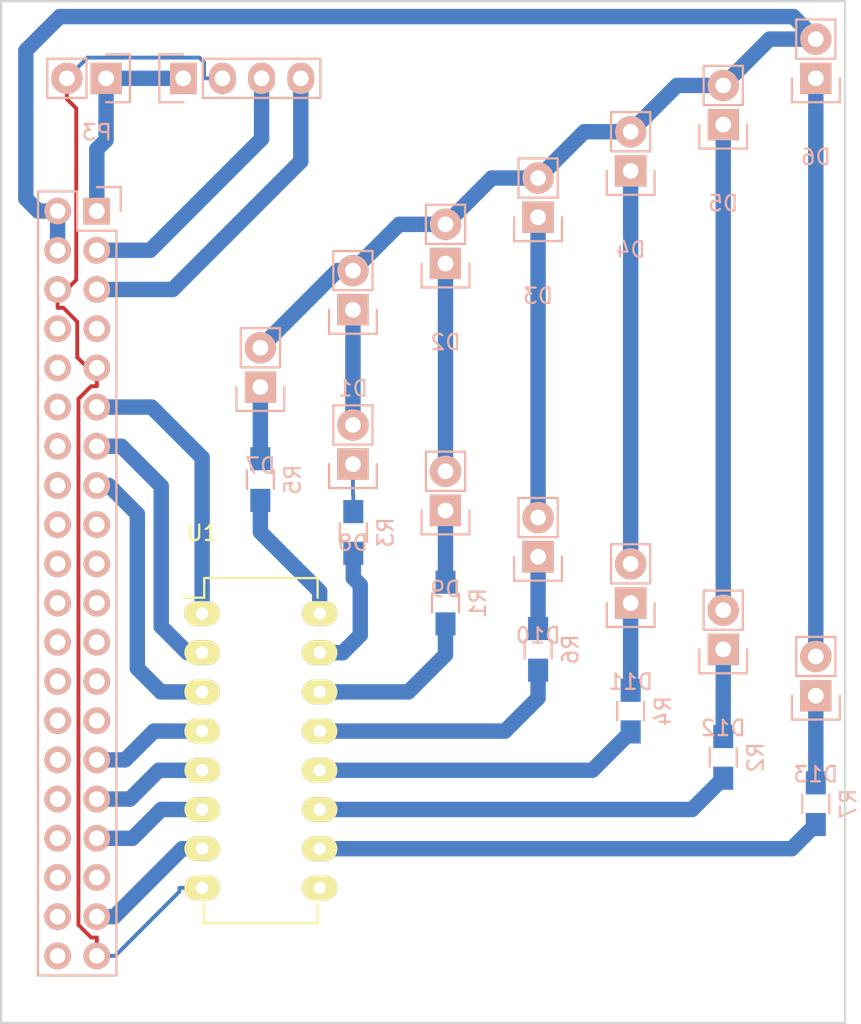
<source format=kicad_pcb>
(kicad_pcb (version 20171130) (host pcbnew "(5.1.12)-1")

  (general
    (thickness 1.6)
    (drawings 8)
    (tracks 118)
    (zones 0)
    (modules 24)
    (nets 59)
  )

  (page A4)
  (layers
    (0 F.Cu signal)
    (31 B.Cu signal)
    (32 B.Adhes user)
    (33 F.Adhes user hide)
    (34 B.Paste user)
    (35 F.Paste user)
    (36 B.SilkS user)
    (37 F.SilkS user)
    (38 B.Mask user)
    (39 F.Mask user)
    (40 Dwgs.User user)
    (41 Cmts.User user)
    (42 Eco1.User user)
    (43 Eco2.User user)
    (44 Edge.Cuts user)
    (45 Margin user)
    (46 B.CrtYd user)
    (47 F.CrtYd user)
    (48 B.Fab user)
    (49 F.Fab user)
  )

  (setup
    (last_trace_width 0.25)
    (user_trace_width 1)
    (trace_clearance 0.2)
    (zone_clearance 1)
    (zone_45_only no)
    (trace_min 0.2)
    (via_size 0.6)
    (via_drill 0.4)
    (via_min_size 0.4)
    (via_min_drill 0.3)
    (uvia_size 0.3)
    (uvia_drill 0.1)
    (uvias_allowed no)
    (uvia_min_size 0.2)
    (uvia_min_drill 0.1)
    (edge_width 0.15)
    (segment_width 0.2)
    (pcb_text_width 0.3)
    (pcb_text_size 1.5 1.5)
    (mod_edge_width 0.15)
    (mod_text_size 1 1)
    (mod_text_width 0.15)
    (pad_size 1.7272 1.7272)
    (pad_drill 1.016)
    (pad_to_mask_clearance 0.2)
    (aux_axis_origin 0 0)
    (visible_elements 7FFFFFFF)
    (pcbplotparams
      (layerselection 0x01000_80000000)
      (usegerberextensions false)
      (usegerberattributes true)
      (usegerberadvancedattributes true)
      (creategerberjobfile true)
      (excludeedgelayer true)
      (linewidth 0.100000)
      (plotframeref false)
      (viasonmask false)
      (mode 1)
      (useauxorigin false)
      (hpglpennumber 1)
      (hpglpenspeed 20)
      (hpglpendiameter 15.000000)
      (psnegative false)
      (psa4output false)
      (plotreference true)
      (plotvalue true)
      (plotinvisibletext false)
      (padsonsilk false)
      (subtractmaskfromsilk false)
      (outputformat 1)
      (mirror false)
      (drillshape 0)
      (scaleselection 1)
      (outputdirectory "Gerbers/"))
  )

  (net 0 "")
  (net 1 "Net-(D1-Pad1)")
  (net 2 +5V)
  (net 3 "Net-(D2-Pad1)")
  (net 4 "Net-(D10-Pad2)")
  (net 5 "Net-(D11-Pad2)")
  (net 6 "Net-(D12-Pad2)")
  (net 7 "Net-(D13-Pad2)")
  (net 8 "Net-(D7-Pad1)")
  (net 9 "Net-(D8-Pad1)")
  (net 10 "Net-(D9-Pad1)")
  (net 11 "Net-(D10-Pad1)")
  (net 12 "Net-(D11-Pad1)")
  (net 13 "Net-(D12-Pad1)")
  (net 14 "Net-(D13-Pad1)")
  (net 15 +3V3)
  (net 16 GND)
  (net 17 "Net-(P1-Pad3)")
  (net 18 "Net-(P1-Pad4)")
  (net 19 "Net-(P3-Pad7)")
  (net 20 "Net-(P3-Pad8)")
  (net 21 "Net-(P3-Pad10)")
  (net 22 "Net-(P3-Pad11)")
  (net 23 "Net-(P3-Pad12)")
  (net 24 "Net-(P3-Pad13)")
  (net 25 "Net-(P3-Pad14)")
  (net 26 "Net-(P3-Pad15)")
  (net 27 "Net-(P3-Pad16)")
  (net 28 "Net-(P3-Pad17)")
  (net 29 "Net-(P3-Pad18)")
  (net 30 "Net-(P3-Pad19)")
  (net 31 "Net-(P3-Pad20)")
  (net 32 "Net-(P3-Pad21)")
  (net 33 "Net-(P3-Pad22)")
  (net 34 "Net-(P3-Pad23)")
  (net 35 "Net-(P3-Pad24)")
  (net 36 "Net-(P3-Pad25)")
  (net 37 "Net-(P3-Pad26)")
  (net 38 "Net-(P3-Pad27)")
  (net 39 "Net-(P3-Pad28)")
  (net 40 "Net-(P3-Pad29)")
  (net 41 "Net-(P3-Pad30)")
  (net 42 "Net-(P3-Pad31)")
  (net 43 "Net-(P3-Pad32)")
  (net 44 "Net-(P3-Pad33)")
  (net 45 "Net-(P3-Pad34)")
  (net 46 "Net-(P3-Pad35)")
  (net 47 "Net-(P3-Pad36)")
  (net 48 "Net-(P3-Pad37)")
  (net 49 "Net-(P3-Pad38)")
  (net 50 "Net-(P3-Pad40)")
  (net 51 "Net-(R1-Pad1)")
  (net 52 "Net-(R2-Pad1)")
  (net 53 "Net-(R3-Pad1)")
  (net 54 "Net-(R4-Pad1)")
  (net 55 "Net-(R5-Pad1)")
  (net 56 "Net-(R6-Pad1)")
  (net 57 "Net-(R7-Pad1)")
  (net 58 "Net-(U1-Pad9)")

  (net_class Default "This is the default net class."
    (clearance 0.2)
    (trace_width 0.25)
    (via_dia 0.6)
    (via_drill 0.4)
    (uvia_dia 0.3)
    (uvia_drill 0.1)
    (add_net +3V3)
    (add_net +5V)
    (add_net GND)
    (add_net "Net-(D1-Pad1)")
    (add_net "Net-(D10-Pad1)")
    (add_net "Net-(D10-Pad2)")
    (add_net "Net-(D11-Pad1)")
    (add_net "Net-(D11-Pad2)")
    (add_net "Net-(D12-Pad1)")
    (add_net "Net-(D12-Pad2)")
    (add_net "Net-(D13-Pad1)")
    (add_net "Net-(D13-Pad2)")
    (add_net "Net-(D2-Pad1)")
    (add_net "Net-(D7-Pad1)")
    (add_net "Net-(D8-Pad1)")
    (add_net "Net-(D9-Pad1)")
    (add_net "Net-(P1-Pad3)")
    (add_net "Net-(P1-Pad4)")
    (add_net "Net-(P3-Pad10)")
    (add_net "Net-(P3-Pad11)")
    (add_net "Net-(P3-Pad12)")
    (add_net "Net-(P3-Pad13)")
    (add_net "Net-(P3-Pad14)")
    (add_net "Net-(P3-Pad15)")
    (add_net "Net-(P3-Pad16)")
    (add_net "Net-(P3-Pad17)")
    (add_net "Net-(P3-Pad18)")
    (add_net "Net-(P3-Pad19)")
    (add_net "Net-(P3-Pad20)")
    (add_net "Net-(P3-Pad21)")
    (add_net "Net-(P3-Pad22)")
    (add_net "Net-(P3-Pad23)")
    (add_net "Net-(P3-Pad24)")
    (add_net "Net-(P3-Pad25)")
    (add_net "Net-(P3-Pad26)")
    (add_net "Net-(P3-Pad27)")
    (add_net "Net-(P3-Pad28)")
    (add_net "Net-(P3-Pad29)")
    (add_net "Net-(P3-Pad30)")
    (add_net "Net-(P3-Pad31)")
    (add_net "Net-(P3-Pad32)")
    (add_net "Net-(P3-Pad33)")
    (add_net "Net-(P3-Pad34)")
    (add_net "Net-(P3-Pad35)")
    (add_net "Net-(P3-Pad36)")
    (add_net "Net-(P3-Pad37)")
    (add_net "Net-(P3-Pad38)")
    (add_net "Net-(P3-Pad40)")
    (add_net "Net-(P3-Pad7)")
    (add_net "Net-(P3-Pad8)")
    (add_net "Net-(R1-Pad1)")
    (add_net "Net-(R2-Pad1)")
    (add_net "Net-(R3-Pad1)")
    (add_net "Net-(R4-Pad1)")
    (add_net "Net-(R5-Pad1)")
    (add_net "Net-(R6-Pad1)")
    (add_net "Net-(R7-Pad1)")
    (add_net "Net-(U1-Pad9)")
  )

  (module Pin_Headers:Pin_Header_Straight_1x02 (layer B.Cu) (tedit 54EA090C) (tstamp 57E96C60)
    (at 122.775 92.625)
    (descr "Through hole pin header")
    (tags "pin header")
    (path /57E983DA)
    (fp_text reference D1 (at 0 5.1) (layer B.SilkS)
      (effects (font (size 1 1) (thickness 0.15)) (justify mirror))
    )
    (fp_text value LED (at 0 3.1) (layer B.Fab)
      (effects (font (size 1 1) (thickness 0.15)) (justify mirror))
    )
    (fp_line (start -1.27 -3.81) (end 1.27 -3.81) (layer B.SilkS) (width 0.15))
    (fp_line (start -1.27 -1.27) (end -1.27 -3.81) (layer B.SilkS) (width 0.15))
    (fp_line (start -1.55 1.55) (end 1.55 1.55) (layer B.SilkS) (width 0.15))
    (fp_line (start -1.55 0) (end -1.55 1.55) (layer B.SilkS) (width 0.15))
    (fp_line (start 1.27 -1.27) (end -1.27 -1.27) (layer B.SilkS) (width 0.15))
    (fp_line (start -1.75 -4.3) (end 1.75 -4.3) (layer B.CrtYd) (width 0.05))
    (fp_line (start -1.75 1.75) (end 1.75 1.75) (layer B.CrtYd) (width 0.05))
    (fp_line (start 1.75 1.75) (end 1.75 -4.3) (layer B.CrtYd) (width 0.05))
    (fp_line (start -1.75 1.75) (end -1.75 -4.3) (layer B.CrtYd) (width 0.05))
    (fp_line (start 1.55 1.55) (end 1.55 0) (layer B.SilkS) (width 0.15))
    (fp_line (start 1.27 -1.27) (end 1.27 -3.81) (layer B.SilkS) (width 0.15))
    (pad 1 thru_hole rect (at 0 0) (size 2.032 2.032) (drill 1.016) (layers *.Cu *.Mask B.SilkS)
      (net 1 "Net-(D1-Pad1)"))
    (pad 2 thru_hole oval (at 0 -2.54) (size 2.032 2.032) (drill 1.016) (layers *.Cu *.Mask B.SilkS)
      (net 2 +5V))
    (model Pin_Headers.3dshapes/Pin_Header_Straight_1x02.wrl
      (offset (xyz 0 -1.269999980926514 0))
      (scale (xyz 1 1 1))
      (rotate (xyz 0 0 90))
    )
  )

  (module Pin_Headers:Pin_Header_Straight_1x02 (layer B.Cu) (tedit 54EA090C) (tstamp 57E96C66)
    (at 128.775 89.625)
    (descr "Through hole pin header")
    (tags "pin header")
    (path /57E9860A)
    (fp_text reference D2 (at 0 5.1) (layer B.SilkS)
      (effects (font (size 1 1) (thickness 0.15)) (justify mirror))
    )
    (fp_text value LED (at 0 3.1) (layer B.Fab)
      (effects (font (size 1 1) (thickness 0.15)) (justify mirror))
    )
    (fp_line (start -1.27 -3.81) (end 1.27 -3.81) (layer B.SilkS) (width 0.15))
    (fp_line (start -1.27 -1.27) (end -1.27 -3.81) (layer B.SilkS) (width 0.15))
    (fp_line (start -1.55 1.55) (end 1.55 1.55) (layer B.SilkS) (width 0.15))
    (fp_line (start -1.55 0) (end -1.55 1.55) (layer B.SilkS) (width 0.15))
    (fp_line (start 1.27 -1.27) (end -1.27 -1.27) (layer B.SilkS) (width 0.15))
    (fp_line (start -1.75 -4.3) (end 1.75 -4.3) (layer B.CrtYd) (width 0.05))
    (fp_line (start -1.75 1.75) (end 1.75 1.75) (layer B.CrtYd) (width 0.05))
    (fp_line (start 1.75 1.75) (end 1.75 -4.3) (layer B.CrtYd) (width 0.05))
    (fp_line (start -1.75 1.75) (end -1.75 -4.3) (layer B.CrtYd) (width 0.05))
    (fp_line (start 1.55 1.55) (end 1.55 0) (layer B.SilkS) (width 0.15))
    (fp_line (start 1.27 -1.27) (end 1.27 -3.81) (layer B.SilkS) (width 0.15))
    (pad 1 thru_hole rect (at 0 0) (size 2.032 2.032) (drill 1.016) (layers *.Cu *.Mask B.SilkS)
      (net 3 "Net-(D2-Pad1)"))
    (pad 2 thru_hole oval (at 0 -2.54) (size 2.032 2.032) (drill 1.016) (layers *.Cu *.Mask B.SilkS)
      (net 2 +5V))
    (model Pin_Headers.3dshapes/Pin_Header_Straight_1x02.wrl
      (offset (xyz 0 -1.269999980926514 0))
      (scale (xyz 1 1 1))
      (rotate (xyz 0 0 90))
    )
  )

  (module Pin_Headers:Pin_Header_Straight_1x02 (layer B.Cu) (tedit 54EA090C) (tstamp 57E96C6C)
    (at 134.775 86.625)
    (descr "Through hole pin header")
    (tags "pin header")
    (path /57E9869C)
    (fp_text reference D3 (at 0 5.1) (layer B.SilkS)
      (effects (font (size 1 1) (thickness 0.15)) (justify mirror))
    )
    (fp_text value LED (at 0 3.1) (layer B.Fab)
      (effects (font (size 1 1) (thickness 0.15)) (justify mirror))
    )
    (fp_line (start -1.27 -3.81) (end 1.27 -3.81) (layer B.SilkS) (width 0.15))
    (fp_line (start -1.27 -1.27) (end -1.27 -3.81) (layer B.SilkS) (width 0.15))
    (fp_line (start -1.55 1.55) (end 1.55 1.55) (layer B.SilkS) (width 0.15))
    (fp_line (start -1.55 0) (end -1.55 1.55) (layer B.SilkS) (width 0.15))
    (fp_line (start 1.27 -1.27) (end -1.27 -1.27) (layer B.SilkS) (width 0.15))
    (fp_line (start -1.75 -4.3) (end 1.75 -4.3) (layer B.CrtYd) (width 0.05))
    (fp_line (start -1.75 1.75) (end 1.75 1.75) (layer B.CrtYd) (width 0.05))
    (fp_line (start 1.75 1.75) (end 1.75 -4.3) (layer B.CrtYd) (width 0.05))
    (fp_line (start -1.75 1.75) (end -1.75 -4.3) (layer B.CrtYd) (width 0.05))
    (fp_line (start 1.55 1.55) (end 1.55 0) (layer B.SilkS) (width 0.15))
    (fp_line (start 1.27 -1.27) (end 1.27 -3.81) (layer B.SilkS) (width 0.15))
    (pad 1 thru_hole rect (at 0 0) (size 2.032 2.032) (drill 1.016) (layers *.Cu *.Mask B.SilkS)
      (net 4 "Net-(D10-Pad2)"))
    (pad 2 thru_hole oval (at 0 -2.54) (size 2.032 2.032) (drill 1.016) (layers *.Cu *.Mask B.SilkS)
      (net 2 +5V))
    (model Pin_Headers.3dshapes/Pin_Header_Straight_1x02.wrl
      (offset (xyz 0 -1.269999980926514 0))
      (scale (xyz 1 1 1))
      (rotate (xyz 0 0 90))
    )
  )

  (module Pin_Headers:Pin_Header_Straight_1x02 (layer B.Cu) (tedit 54EA090C) (tstamp 57E96C72)
    (at 140.775 83.625)
    (descr "Through hole pin header")
    (tags "pin header")
    (path /57E98759)
    (fp_text reference D4 (at 0 5.1) (layer B.SilkS)
      (effects (font (size 1 1) (thickness 0.15)) (justify mirror))
    )
    (fp_text value LED (at 0 3.1) (layer B.Fab)
      (effects (font (size 1 1) (thickness 0.15)) (justify mirror))
    )
    (fp_line (start -1.27 -3.81) (end 1.27 -3.81) (layer B.SilkS) (width 0.15))
    (fp_line (start -1.27 -1.27) (end -1.27 -3.81) (layer B.SilkS) (width 0.15))
    (fp_line (start -1.55 1.55) (end 1.55 1.55) (layer B.SilkS) (width 0.15))
    (fp_line (start -1.55 0) (end -1.55 1.55) (layer B.SilkS) (width 0.15))
    (fp_line (start 1.27 -1.27) (end -1.27 -1.27) (layer B.SilkS) (width 0.15))
    (fp_line (start -1.75 -4.3) (end 1.75 -4.3) (layer B.CrtYd) (width 0.05))
    (fp_line (start -1.75 1.75) (end 1.75 1.75) (layer B.CrtYd) (width 0.05))
    (fp_line (start 1.75 1.75) (end 1.75 -4.3) (layer B.CrtYd) (width 0.05))
    (fp_line (start -1.75 1.75) (end -1.75 -4.3) (layer B.CrtYd) (width 0.05))
    (fp_line (start 1.55 1.55) (end 1.55 0) (layer B.SilkS) (width 0.15))
    (fp_line (start 1.27 -1.27) (end 1.27 -3.81) (layer B.SilkS) (width 0.15))
    (pad 1 thru_hole rect (at 0 0) (size 2.032 2.032) (drill 1.016) (layers *.Cu *.Mask B.SilkS)
      (net 5 "Net-(D11-Pad2)"))
    (pad 2 thru_hole oval (at 0 -2.54) (size 2.032 2.032) (drill 1.016) (layers *.Cu *.Mask B.SilkS)
      (net 2 +5V))
    (model Pin_Headers.3dshapes/Pin_Header_Straight_1x02.wrl
      (offset (xyz 0 -1.269999980926514 0))
      (scale (xyz 1 1 1))
      (rotate (xyz 0 0 90))
    )
  )

  (module Pin_Headers:Pin_Header_Straight_1x02 (layer B.Cu) (tedit 54EA090C) (tstamp 57E96C78)
    (at 146.775 80.625)
    (descr "Through hole pin header")
    (tags "pin header")
    (path /57E98876)
    (fp_text reference D5 (at 0 5.1) (layer B.SilkS)
      (effects (font (size 1 1) (thickness 0.15)) (justify mirror))
    )
    (fp_text value LED (at 0 3.1) (layer B.Fab)
      (effects (font (size 1 1) (thickness 0.15)) (justify mirror))
    )
    (fp_line (start -1.27 -3.81) (end 1.27 -3.81) (layer B.SilkS) (width 0.15))
    (fp_line (start -1.27 -1.27) (end -1.27 -3.81) (layer B.SilkS) (width 0.15))
    (fp_line (start -1.55 1.55) (end 1.55 1.55) (layer B.SilkS) (width 0.15))
    (fp_line (start -1.55 0) (end -1.55 1.55) (layer B.SilkS) (width 0.15))
    (fp_line (start 1.27 -1.27) (end -1.27 -1.27) (layer B.SilkS) (width 0.15))
    (fp_line (start -1.75 -4.3) (end 1.75 -4.3) (layer B.CrtYd) (width 0.05))
    (fp_line (start -1.75 1.75) (end 1.75 1.75) (layer B.CrtYd) (width 0.05))
    (fp_line (start 1.75 1.75) (end 1.75 -4.3) (layer B.CrtYd) (width 0.05))
    (fp_line (start -1.75 1.75) (end -1.75 -4.3) (layer B.CrtYd) (width 0.05))
    (fp_line (start 1.55 1.55) (end 1.55 0) (layer B.SilkS) (width 0.15))
    (fp_line (start 1.27 -1.27) (end 1.27 -3.81) (layer B.SilkS) (width 0.15))
    (pad 1 thru_hole rect (at 0 0) (size 2.032 2.032) (drill 1.016) (layers *.Cu *.Mask B.SilkS)
      (net 6 "Net-(D12-Pad2)"))
    (pad 2 thru_hole oval (at 0 -2.54) (size 2.032 2.032) (drill 1.016) (layers *.Cu *.Mask B.SilkS)
      (net 2 +5V))
    (model Pin_Headers.3dshapes/Pin_Header_Straight_1x02.wrl
      (offset (xyz 0 -1.269999980926514 0))
      (scale (xyz 1 1 1))
      (rotate (xyz 0 0 90))
    )
  )

  (module Pin_Headers:Pin_Header_Straight_1x02 (layer B.Cu) (tedit 54EA090C) (tstamp 57E96C7E)
    (at 152.775 77.625)
    (descr "Through hole pin header")
    (tags "pin header")
    (path /57E989AE)
    (fp_text reference D6 (at 0 5.1) (layer B.SilkS)
      (effects (font (size 1 1) (thickness 0.15)) (justify mirror))
    )
    (fp_text value LED (at 0 3.1) (layer B.Fab)
      (effects (font (size 1 1) (thickness 0.15)) (justify mirror))
    )
    (fp_line (start -1.27 -3.81) (end 1.27 -3.81) (layer B.SilkS) (width 0.15))
    (fp_line (start -1.27 -1.27) (end -1.27 -3.81) (layer B.SilkS) (width 0.15))
    (fp_line (start -1.55 1.55) (end 1.55 1.55) (layer B.SilkS) (width 0.15))
    (fp_line (start -1.55 0) (end -1.55 1.55) (layer B.SilkS) (width 0.15))
    (fp_line (start 1.27 -1.27) (end -1.27 -1.27) (layer B.SilkS) (width 0.15))
    (fp_line (start -1.75 -4.3) (end 1.75 -4.3) (layer B.CrtYd) (width 0.05))
    (fp_line (start -1.75 1.75) (end 1.75 1.75) (layer B.CrtYd) (width 0.05))
    (fp_line (start 1.75 1.75) (end 1.75 -4.3) (layer B.CrtYd) (width 0.05))
    (fp_line (start -1.75 1.75) (end -1.75 -4.3) (layer B.CrtYd) (width 0.05))
    (fp_line (start 1.55 1.55) (end 1.55 0) (layer B.SilkS) (width 0.15))
    (fp_line (start 1.27 -1.27) (end 1.27 -3.81) (layer B.SilkS) (width 0.15))
    (pad 1 thru_hole rect (at 0 0) (size 2.032 2.032) (drill 1.016) (layers *.Cu *.Mask B.SilkS)
      (net 7 "Net-(D13-Pad2)"))
    (pad 2 thru_hole oval (at 0 -2.54) (size 2.032 2.032) (drill 1.016) (layers *.Cu *.Mask B.SilkS)
      (net 2 +5V))
    (model Pin_Headers.3dshapes/Pin_Header_Straight_1x02.wrl
      (offset (xyz 0 -1.269999980926514 0))
      (scale (xyz 1 1 1))
      (rotate (xyz 0 0 90))
    )
  )

  (module Pin_Headers:Pin_Header_Straight_1x02 (layer B.Cu) (tedit 54EA090C) (tstamp 57E96C84)
    (at 116.775 97.625)
    (descr "Through hole pin header")
    (tags "pin header")
    (path /57E97E31)
    (fp_text reference D7 (at 0 5.1) (layer B.SilkS)
      (effects (font (size 1 1) (thickness 0.15)) (justify mirror))
    )
    (fp_text value LED (at 0 3.1) (layer B.Fab)
      (effects (font (size 1 1) (thickness 0.15)) (justify mirror))
    )
    (fp_line (start -1.27 -3.81) (end 1.27 -3.81) (layer B.SilkS) (width 0.15))
    (fp_line (start -1.27 -1.27) (end -1.27 -3.81) (layer B.SilkS) (width 0.15))
    (fp_line (start -1.55 1.55) (end 1.55 1.55) (layer B.SilkS) (width 0.15))
    (fp_line (start -1.55 0) (end -1.55 1.55) (layer B.SilkS) (width 0.15))
    (fp_line (start 1.27 -1.27) (end -1.27 -1.27) (layer B.SilkS) (width 0.15))
    (fp_line (start -1.75 -4.3) (end 1.75 -4.3) (layer B.CrtYd) (width 0.05))
    (fp_line (start -1.75 1.75) (end 1.75 1.75) (layer B.CrtYd) (width 0.05))
    (fp_line (start 1.75 1.75) (end 1.75 -4.3) (layer B.CrtYd) (width 0.05))
    (fp_line (start -1.75 1.75) (end -1.75 -4.3) (layer B.CrtYd) (width 0.05))
    (fp_line (start 1.55 1.55) (end 1.55 0) (layer B.SilkS) (width 0.15))
    (fp_line (start 1.27 -1.27) (end 1.27 -3.81) (layer B.SilkS) (width 0.15))
    (pad 1 thru_hole rect (at 0 0) (size 2.032 2.032) (drill 1.016) (layers *.Cu *.Mask B.SilkS)
      (net 8 "Net-(D7-Pad1)"))
    (pad 2 thru_hole oval (at 0 -2.54) (size 2.032 2.032) (drill 1.016) (layers *.Cu *.Mask B.SilkS)
      (net 2 +5V))
    (model Pin_Headers.3dshapes/Pin_Header_Straight_1x02.wrl
      (offset (xyz 0 -1.269999980926514 0))
      (scale (xyz 1 1 1))
      (rotate (xyz 0 0 90))
    )
  )

  (module Pin_Headers:Pin_Header_Straight_1x02 (layer B.Cu) (tedit 54EA090C) (tstamp 57E96C8A)
    (at 122.775 102.625)
    (descr "Through hole pin header")
    (tags "pin header")
    (path /57E9818E)
    (fp_text reference D8 (at 0 5.1) (layer B.SilkS)
      (effects (font (size 1 1) (thickness 0.15)) (justify mirror))
    )
    (fp_text value LED (at 0 3.1) (layer B.Fab)
      (effects (font (size 1 1) (thickness 0.15)) (justify mirror))
    )
    (fp_line (start -1.27 -3.81) (end 1.27 -3.81) (layer B.SilkS) (width 0.15))
    (fp_line (start -1.27 -1.27) (end -1.27 -3.81) (layer B.SilkS) (width 0.15))
    (fp_line (start -1.55 1.55) (end 1.55 1.55) (layer B.SilkS) (width 0.15))
    (fp_line (start -1.55 0) (end -1.55 1.55) (layer B.SilkS) (width 0.15))
    (fp_line (start 1.27 -1.27) (end -1.27 -1.27) (layer B.SilkS) (width 0.15))
    (fp_line (start -1.75 -4.3) (end 1.75 -4.3) (layer B.CrtYd) (width 0.05))
    (fp_line (start -1.75 1.75) (end 1.75 1.75) (layer B.CrtYd) (width 0.05))
    (fp_line (start 1.75 1.75) (end 1.75 -4.3) (layer B.CrtYd) (width 0.05))
    (fp_line (start -1.75 1.75) (end -1.75 -4.3) (layer B.CrtYd) (width 0.05))
    (fp_line (start 1.55 1.55) (end 1.55 0) (layer B.SilkS) (width 0.15))
    (fp_line (start 1.27 -1.27) (end 1.27 -3.81) (layer B.SilkS) (width 0.15))
    (pad 1 thru_hole rect (at 0 0) (size 2.032 2.032) (drill 1.016) (layers *.Cu *.Mask B.SilkS)
      (net 9 "Net-(D8-Pad1)"))
    (pad 2 thru_hole oval (at 0 -2.54) (size 2.032 2.032) (drill 1.016) (layers *.Cu *.Mask B.SilkS)
      (net 1 "Net-(D1-Pad1)"))
    (model Pin_Headers.3dshapes/Pin_Header_Straight_1x02.wrl
      (offset (xyz 0 -1.269999980926514 0))
      (scale (xyz 1 1 1))
      (rotate (xyz 0 0 90))
    )
  )

  (module Pin_Headers:Pin_Header_Straight_1x02 (layer B.Cu) (tedit 54EA090C) (tstamp 57E96C90)
    (at 128.775 105.625)
    (descr "Through hole pin header")
    (tags "pin header")
    (path /57E9858F)
    (fp_text reference D9 (at 0 5.1) (layer B.SilkS)
      (effects (font (size 1 1) (thickness 0.15)) (justify mirror))
    )
    (fp_text value LED (at 0 3.1) (layer B.Fab)
      (effects (font (size 1 1) (thickness 0.15)) (justify mirror))
    )
    (fp_line (start -1.27 -3.81) (end 1.27 -3.81) (layer B.SilkS) (width 0.15))
    (fp_line (start -1.27 -1.27) (end -1.27 -3.81) (layer B.SilkS) (width 0.15))
    (fp_line (start -1.55 1.55) (end 1.55 1.55) (layer B.SilkS) (width 0.15))
    (fp_line (start -1.55 0) (end -1.55 1.55) (layer B.SilkS) (width 0.15))
    (fp_line (start 1.27 -1.27) (end -1.27 -1.27) (layer B.SilkS) (width 0.15))
    (fp_line (start -1.75 -4.3) (end 1.75 -4.3) (layer B.CrtYd) (width 0.05))
    (fp_line (start -1.75 1.75) (end 1.75 1.75) (layer B.CrtYd) (width 0.05))
    (fp_line (start 1.75 1.75) (end 1.75 -4.3) (layer B.CrtYd) (width 0.05))
    (fp_line (start -1.75 1.75) (end -1.75 -4.3) (layer B.CrtYd) (width 0.05))
    (fp_line (start 1.55 1.55) (end 1.55 0) (layer B.SilkS) (width 0.15))
    (fp_line (start 1.27 -1.27) (end 1.27 -3.81) (layer B.SilkS) (width 0.15))
    (pad 1 thru_hole rect (at 0 0) (size 2.032 2.032) (drill 1.016) (layers *.Cu *.Mask B.SilkS)
      (net 10 "Net-(D9-Pad1)"))
    (pad 2 thru_hole oval (at 0 -2.54) (size 2.032 2.032) (drill 1.016) (layers *.Cu *.Mask B.SilkS)
      (net 3 "Net-(D2-Pad1)"))
    (model Pin_Headers.3dshapes/Pin_Header_Straight_1x02.wrl
      (offset (xyz 0 -1.269999980926514 0))
      (scale (xyz 1 1 1))
      (rotate (xyz 0 0 90))
    )
  )

  (module Pin_Headers:Pin_Header_Straight_1x02 (layer B.Cu) (tedit 54EA090C) (tstamp 57E96C96)
    (at 134.775 108.625)
    (descr "Through hole pin header")
    (tags "pin header")
    (path /57E98651)
    (fp_text reference D10 (at 0 5.1) (layer B.SilkS)
      (effects (font (size 1 1) (thickness 0.15)) (justify mirror))
    )
    (fp_text value LED (at 0 3.1) (layer B.Fab)
      (effects (font (size 1 1) (thickness 0.15)) (justify mirror))
    )
    (fp_line (start -1.27 -3.81) (end 1.27 -3.81) (layer B.SilkS) (width 0.15))
    (fp_line (start -1.27 -1.27) (end -1.27 -3.81) (layer B.SilkS) (width 0.15))
    (fp_line (start -1.55 1.55) (end 1.55 1.55) (layer B.SilkS) (width 0.15))
    (fp_line (start -1.55 0) (end -1.55 1.55) (layer B.SilkS) (width 0.15))
    (fp_line (start 1.27 -1.27) (end -1.27 -1.27) (layer B.SilkS) (width 0.15))
    (fp_line (start -1.75 -4.3) (end 1.75 -4.3) (layer B.CrtYd) (width 0.05))
    (fp_line (start -1.75 1.75) (end 1.75 1.75) (layer B.CrtYd) (width 0.05))
    (fp_line (start 1.75 1.75) (end 1.75 -4.3) (layer B.CrtYd) (width 0.05))
    (fp_line (start -1.75 1.75) (end -1.75 -4.3) (layer B.CrtYd) (width 0.05))
    (fp_line (start 1.55 1.55) (end 1.55 0) (layer B.SilkS) (width 0.15))
    (fp_line (start 1.27 -1.27) (end 1.27 -3.81) (layer B.SilkS) (width 0.15))
    (pad 1 thru_hole rect (at 0 0) (size 2.032 2.032) (drill 1.016) (layers *.Cu *.Mask B.SilkS)
      (net 11 "Net-(D10-Pad1)"))
    (pad 2 thru_hole oval (at 0 -2.54) (size 2.032 2.032) (drill 1.016) (layers *.Cu *.Mask B.SilkS)
      (net 4 "Net-(D10-Pad2)"))
    (model Pin_Headers.3dshapes/Pin_Header_Straight_1x02.wrl
      (offset (xyz 0 -1.269999980926514 0))
      (scale (xyz 1 1 1))
      (rotate (xyz 0 0 90))
    )
  )

  (module Pin_Headers:Pin_Header_Straight_1x02 (layer B.Cu) (tedit 54EA090C) (tstamp 57E96C9C)
    (at 140.775 111.625)
    (descr "Through hole pin header")
    (tags "pin header")
    (path /57E987C2)
    (fp_text reference D11 (at 0 5.1) (layer B.SilkS)
      (effects (font (size 1 1) (thickness 0.15)) (justify mirror))
    )
    (fp_text value LED (at 0 3.1) (layer B.Fab)
      (effects (font (size 1 1) (thickness 0.15)) (justify mirror))
    )
    (fp_line (start -1.27 -3.81) (end 1.27 -3.81) (layer B.SilkS) (width 0.15))
    (fp_line (start -1.27 -1.27) (end -1.27 -3.81) (layer B.SilkS) (width 0.15))
    (fp_line (start -1.55 1.55) (end 1.55 1.55) (layer B.SilkS) (width 0.15))
    (fp_line (start -1.55 0) (end -1.55 1.55) (layer B.SilkS) (width 0.15))
    (fp_line (start 1.27 -1.27) (end -1.27 -1.27) (layer B.SilkS) (width 0.15))
    (fp_line (start -1.75 -4.3) (end 1.75 -4.3) (layer B.CrtYd) (width 0.05))
    (fp_line (start -1.75 1.75) (end 1.75 1.75) (layer B.CrtYd) (width 0.05))
    (fp_line (start 1.75 1.75) (end 1.75 -4.3) (layer B.CrtYd) (width 0.05))
    (fp_line (start -1.75 1.75) (end -1.75 -4.3) (layer B.CrtYd) (width 0.05))
    (fp_line (start 1.55 1.55) (end 1.55 0) (layer B.SilkS) (width 0.15))
    (fp_line (start 1.27 -1.27) (end 1.27 -3.81) (layer B.SilkS) (width 0.15))
    (pad 1 thru_hole rect (at 0 0) (size 2.032 2.032) (drill 1.016) (layers *.Cu *.Mask B.SilkS)
      (net 12 "Net-(D11-Pad1)"))
    (pad 2 thru_hole oval (at 0 -2.54) (size 2.032 2.032) (drill 1.016) (layers *.Cu *.Mask B.SilkS)
      (net 5 "Net-(D11-Pad2)"))
    (model Pin_Headers.3dshapes/Pin_Header_Straight_1x02.wrl
      (offset (xyz 0 -1.269999980926514 0))
      (scale (xyz 1 1 1))
      (rotate (xyz 0 0 90))
    )
  )

  (module Pin_Headers:Pin_Header_Straight_1x02 (layer B.Cu) (tedit 54EA090C) (tstamp 57E96CA2)
    (at 146.775 114.625)
    (descr "Through hole pin header")
    (tags "pin header")
    (path /57E98811)
    (fp_text reference D12 (at 0 5.1) (layer B.SilkS)
      (effects (font (size 1 1) (thickness 0.15)) (justify mirror))
    )
    (fp_text value LED (at 0 3.1) (layer B.Fab)
      (effects (font (size 1 1) (thickness 0.15)) (justify mirror))
    )
    (fp_line (start -1.27 -3.81) (end 1.27 -3.81) (layer B.SilkS) (width 0.15))
    (fp_line (start -1.27 -1.27) (end -1.27 -3.81) (layer B.SilkS) (width 0.15))
    (fp_line (start -1.55 1.55) (end 1.55 1.55) (layer B.SilkS) (width 0.15))
    (fp_line (start -1.55 0) (end -1.55 1.55) (layer B.SilkS) (width 0.15))
    (fp_line (start 1.27 -1.27) (end -1.27 -1.27) (layer B.SilkS) (width 0.15))
    (fp_line (start -1.75 -4.3) (end 1.75 -4.3) (layer B.CrtYd) (width 0.05))
    (fp_line (start -1.75 1.75) (end 1.75 1.75) (layer B.CrtYd) (width 0.05))
    (fp_line (start 1.75 1.75) (end 1.75 -4.3) (layer B.CrtYd) (width 0.05))
    (fp_line (start -1.75 1.75) (end -1.75 -4.3) (layer B.CrtYd) (width 0.05))
    (fp_line (start 1.55 1.55) (end 1.55 0) (layer B.SilkS) (width 0.15))
    (fp_line (start 1.27 -1.27) (end 1.27 -3.81) (layer B.SilkS) (width 0.15))
    (pad 1 thru_hole rect (at 0 0) (size 2.032 2.032) (drill 1.016) (layers *.Cu *.Mask B.SilkS)
      (net 13 "Net-(D12-Pad1)"))
    (pad 2 thru_hole oval (at 0 -2.54) (size 2.032 2.032) (drill 1.016) (layers *.Cu *.Mask B.SilkS)
      (net 6 "Net-(D12-Pad2)"))
    (model Pin_Headers.3dshapes/Pin_Header_Straight_1x02.wrl
      (offset (xyz 0 -1.269999980926514 0))
      (scale (xyz 1 1 1))
      (rotate (xyz 0 0 90))
    )
  )

  (module Pin_Headers:Pin_Header_Straight_1x02 (layer B.Cu) (tedit 54EA090C) (tstamp 57E96CA8)
    (at 152.775 117.625)
    (descr "Through hole pin header")
    (tags "pin header")
    (path /57E98949)
    (fp_text reference D13 (at 0 5.1) (layer B.SilkS)
      (effects (font (size 1 1) (thickness 0.15)) (justify mirror))
    )
    (fp_text value LED (at 0 3.1) (layer B.Fab)
      (effects (font (size 1 1) (thickness 0.15)) (justify mirror))
    )
    (fp_line (start -1.27 -3.81) (end 1.27 -3.81) (layer B.SilkS) (width 0.15))
    (fp_line (start -1.27 -1.27) (end -1.27 -3.81) (layer B.SilkS) (width 0.15))
    (fp_line (start -1.55 1.55) (end 1.55 1.55) (layer B.SilkS) (width 0.15))
    (fp_line (start -1.55 0) (end -1.55 1.55) (layer B.SilkS) (width 0.15))
    (fp_line (start 1.27 -1.27) (end -1.27 -1.27) (layer B.SilkS) (width 0.15))
    (fp_line (start -1.75 -4.3) (end 1.75 -4.3) (layer B.CrtYd) (width 0.05))
    (fp_line (start -1.75 1.75) (end 1.75 1.75) (layer B.CrtYd) (width 0.05))
    (fp_line (start 1.75 1.75) (end 1.75 -4.3) (layer B.CrtYd) (width 0.05))
    (fp_line (start -1.75 1.75) (end -1.75 -4.3) (layer B.CrtYd) (width 0.05))
    (fp_line (start 1.55 1.55) (end 1.55 0) (layer B.SilkS) (width 0.15))
    (fp_line (start 1.27 -1.27) (end 1.27 -3.81) (layer B.SilkS) (width 0.15))
    (pad 1 thru_hole rect (at 0 0) (size 2.032 2.032) (drill 1.016) (layers *.Cu *.Mask B.SilkS)
      (net 14 "Net-(D13-Pad1)"))
    (pad 2 thru_hole oval (at 0 -2.54) (size 2.032 2.032) (drill 1.016) (layers *.Cu *.Mask B.SilkS)
      (net 7 "Net-(D13-Pad2)"))
    (model Pin_Headers.3dshapes/Pin_Header_Straight_1x02.wrl
      (offset (xyz 0 -1.269999980926514 0))
      (scale (xyz 1 1 1))
      (rotate (xyz 0 0 90))
    )
  )

  (module Pin_Headers:Pin_Header_Straight_2x20 (layer B.Cu) (tedit 57E96C75) (tstamp 57E96CE2)
    (at 106.175 86.225 180)
    (descr "Through hole pin header")
    (tags "pin header")
    (path /57E96528)
    (fp_text reference P3 (at 0 5.1 180) (layer B.SilkS)
      (effects (font (size 1 1) (thickness 0.15)) (justify mirror))
    )
    (fp_text value CONN_02X20 (at 0 3.1 180) (layer B.Fab)
      (effects (font (size 1 1) (thickness 0.15)) (justify mirror))
    )
    (fp_line (start -1.55 1.55) (end -1.55 0) (layer B.SilkS) (width 0.15))
    (fp_line (start 1.27 -1.27) (end -1.27 -1.27) (layer B.SilkS) (width 0.15))
    (fp_line (start 1.27 1.27) (end 1.27 -1.27) (layer B.SilkS) (width 0.15))
    (fp_line (start 0 1.55) (end -1.55 1.55) (layer B.SilkS) (width 0.15))
    (fp_line (start 3.81 1.27) (end 1.27 1.27) (layer B.SilkS) (width 0.15))
    (fp_line (start 3.81 -49.53) (end -1.27 -49.53) (layer B.SilkS) (width 0.15))
    (fp_line (start -1.27 -1.27) (end -1.27 -49.53) (layer B.SilkS) (width 0.15))
    (fp_line (start 3.81 -49.53) (end 3.81 1.27) (layer B.SilkS) (width 0.15))
    (fp_line (start -1.75 -50.05) (end 4.3 -50.05) (layer B.CrtYd) (width 0.05))
    (fp_line (start -1.75 1.75) (end 4.3 1.75) (layer B.CrtYd) (width 0.05))
    (fp_line (start 4.3 1.75) (end 4.3 -50.05) (layer B.CrtYd) (width 0.05))
    (fp_line (start -1.75 1.75) (end -1.75 -50.05) (layer B.CrtYd) (width 0.05))
    (pad 1 thru_hole rect (at 0 0 180) (size 1.7272 1.7272) (drill 1.016) (layers *.Cu *.Mask B.SilkS)
      (net 15 +3V3))
    (pad 2 thru_hole oval (at 2.54 0 180) (size 1.7272 1.7272) (drill 1.016) (layers *.Cu *.Mask B.SilkS)
      (net 2 +5V))
    (pad 3 thru_hole oval (at 0 -2.54 180) (size 1.7272 1.7272) (drill 1.016) (layers *.Cu *.Mask B.SilkS)
      (net 17 "Net-(P1-Pad3)"))
    (pad 4 thru_hole oval (at 2.54 -2.54 180) (size 1.7272 1.7272) (drill 1.016) (layers *.Cu *.Mask B.SilkS)
      (net 2 +5V))
    (pad 5 thru_hole oval (at 0 -5.08 180) (size 1.7272 1.7272) (drill 1.016) (layers *.Cu *.Mask B.SilkS)
      (net 18 "Net-(P1-Pad4)"))
    (pad 6 thru_hole oval (at 2.54 -5.08 180) (size 1.7272 1.7272) (drill 1.016) (layers *.Cu *.Mask B.SilkS)
      (net 16 GND))
    (pad 7 thru_hole oval (at 0 -7.62 180) (size 1.7272 1.7272) (drill 1.016) (layers *.Cu *.Mask B.SilkS)
      (net 19 "Net-(P3-Pad7)"))
    (pad 8 thru_hole oval (at 2.54 -7.62 180) (size 1.7272 1.7272) (drill 1.016) (layers *.Cu *.Mask B.SilkS)
      (net 20 "Net-(P3-Pad8)"))
    (pad 9 thru_hole oval (at 0 -10.16 180) (size 1.7272 1.7272) (drill 1.016) (layers *.Cu *.Mask B.SilkS)
      (net 16 GND))
    (pad 10 thru_hole oval (at 2.54 -10.16 180) (size 1.7272 1.7272) (drill 1.016) (layers *.Cu *.Mask B.SilkS)
      (net 21 "Net-(P3-Pad10)"))
    (pad 11 thru_hole oval (at 0 -12.7 180) (size 1.7272 1.7272) (drill 1.016) (layers *.Cu *.Mask B.SilkS)
      (net 22 "Net-(P3-Pad11)"))
    (pad 12 thru_hole oval (at 2.54 -12.7 180) (size 1.7272 1.7272) (drill 1.016) (layers *.Cu *.Mask B.SilkS)
      (net 23 "Net-(P3-Pad12)"))
    (pad 13 thru_hole oval (at 0 -15.24 180) (size 1.7272 1.7272) (drill 1.016) (layers *.Cu *.Mask B.SilkS)
      (net 24 "Net-(P3-Pad13)"))
    (pad 14 thru_hole oval (at 2.54 -15.24 180) (size 1.7272 1.7272) (drill 1.016) (layers *.Cu *.Mask B.SilkS)
      (net 25 "Net-(P3-Pad14)"))
    (pad 15 thru_hole oval (at 0 -17.78 180) (size 1.7272 1.7272) (drill 1.016) (layers *.Cu *.Mask B.SilkS)
      (net 26 "Net-(P3-Pad15)"))
    (pad 16 thru_hole oval (at 2.54 -17.78 180) (size 1.7272 1.7272) (drill 1.016) (layers *.Cu *.Mask B.SilkS)
      (net 27 "Net-(P3-Pad16)"))
    (pad 17 thru_hole oval (at 0 -20.32 180) (size 1.7272 1.7272) (drill 1.016) (layers *.Cu *.Mask B.SilkS)
      (net 28 "Net-(P3-Pad17)"))
    (pad 18 thru_hole oval (at 2.54 -20.32 180) (size 1.7272 1.7272) (drill 1.016) (layers *.Cu *.Mask B.SilkS)
      (net 29 "Net-(P3-Pad18)"))
    (pad 19 thru_hole oval (at 0 -22.86 180) (size 1.7272 1.7272) (drill 1.016) (layers *.Cu *.Mask B.SilkS)
      (net 30 "Net-(P3-Pad19)"))
    (pad 20 thru_hole oval (at 2.54 -22.86 180) (size 1.7272 1.7272) (drill 1.016) (layers *.Cu *.Mask B.SilkS)
      (net 31 "Net-(P3-Pad20)"))
    (pad 21 thru_hole oval (at 0 -25.4 180) (size 1.7272 1.7272) (drill 1.016) (layers *.Cu *.Mask B.SilkS)
      (net 32 "Net-(P3-Pad21)"))
    (pad 22 thru_hole oval (at 2.54 -25.4 180) (size 1.7272 1.7272) (drill 1.016) (layers *.Cu *.Mask B.SilkS)
      (net 33 "Net-(P3-Pad22)"))
    (pad 23 thru_hole oval (at 0 -27.94 180) (size 1.7272 1.7272) (drill 1.016) (layers *.Cu *.Mask B.SilkS)
      (net 34 "Net-(P3-Pad23)"))
    (pad 24 thru_hole oval (at 2.54 -27.94 180) (size 1.7272 1.7272) (drill 1.016) (layers *.Cu *.Mask B.SilkS)
      (net 35 "Net-(P3-Pad24)"))
    (pad 25 thru_hole oval (at 0 -30.48 180) (size 1.7272 1.7272) (drill 1.016) (layers *.Cu *.Mask B.SilkS)
      (net 36 "Net-(P3-Pad25)"))
    (pad 26 thru_hole oval (at 2.54 -30.48 180) (size 1.7272 1.7272) (drill 1.016) (layers *.Cu *.Mask B.SilkS)
      (net 37 "Net-(P3-Pad26)"))
    (pad 27 thru_hole oval (at 0 -33.02 180) (size 1.7272 1.7272) (drill 1.016) (layers *.Cu *.Mask B.SilkS)
      (net 38 "Net-(P3-Pad27)"))
    (pad 28 thru_hole oval (at 2.54 -33.02 180) (size 1.7272 1.7272) (drill 1.016) (layers *.Cu *.Mask B.SilkS)
      (net 39 "Net-(P3-Pad28)"))
    (pad 29 thru_hole oval (at 0 -35.56 180) (size 1.7272 1.7272) (drill 1.016) (layers *.Cu *.Mask B.SilkS)
      (net 40 "Net-(P3-Pad29)"))
    (pad 30 thru_hole oval (at 2.54 -35.56 180) (size 1.7272 1.7272) (drill 1.016) (layers *.Cu *.Mask B.SilkS)
      (net 41 "Net-(P3-Pad30)"))
    (pad 31 thru_hole oval (at 0 -38.1 180) (size 1.7272 1.7272) (drill 1.016) (layers *.Cu *.Mask B.SilkS)
      (net 42 "Net-(P3-Pad31)"))
    (pad 32 thru_hole oval (at 2.54 -38.1 180) (size 1.7272 1.7272) (drill 1.016) (layers *.Cu *.Mask B.SilkS)
      (net 43 "Net-(P3-Pad32)"))
    (pad 33 thru_hole oval (at 0 -40.64 180) (size 1.7272 1.7272) (drill 1.016) (layers *.Cu *.Mask B.SilkS)
      (net 44 "Net-(P3-Pad33)"))
    (pad 34 thru_hole oval (at 2.54 -40.64 180) (size 1.7272 1.7272) (drill 1.016) (layers *.Cu *.Mask B.SilkS)
      (net 45 "Net-(P3-Pad34)"))
    (pad 35 thru_hole oval (at 0 -43.18 180) (size 1.7272 1.7272) (drill 1.016) (layers *.Cu *.Mask B.SilkS)
      (net 46 "Net-(P3-Pad35)"))
    (pad 36 thru_hole oval (at 2.54 -43.18 180) (size 1.7272 1.7272) (drill 1.016) (layers *.Cu *.Mask B.SilkS)
      (net 47 "Net-(P3-Pad36)"))
    (pad 37 thru_hole oval (at 0 -45.72 180) (size 1.7272 1.7272) (drill 1.016) (layers *.Cu *.Mask B.SilkS)
      (net 48 "Net-(P3-Pad37)"))
    (pad 38 thru_hole oval (at 2.54 -45.72 180) (size 1.7272 1.7272) (drill 1.016) (layers *.Cu *.Mask B.SilkS)
      (net 49 "Net-(P3-Pad38)"))
    (pad 39 thru_hole oval (at 0 -48.26 180) (size 1.7272 1.7272) (drill 1.016) (layers *.Cu *.Mask B.SilkS)
      (net 16 GND))
    (pad 40 thru_hole oval (at 2.54 -48.26 180) (size 1.7272 1.7272) (drill 1.016) (layers *.Cu *.Mask B.SilkS)
      (net 50 "Net-(P3-Pad40)"))
    (model Pin_Headers.3dshapes/Pin_Header_Straight_2x20.wrl
      (offset (xyz 1.269999980926514 -24.12999963760376 0))
      (scale (xyz 1 1 1))
      (rotate (xyz 0 0 90))
    )
  )

  (module Housings_DIP:DIP-16_W7.62mm_LongPads (layer F.Cu) (tedit 54130A77) (tstamp 57E96D20)
    (at 113 112.3)
    (descr "16-lead dip package, row spacing 7.62 mm (300 mils), longer pads")
    (tags "dil dip 2.54 300")
    (path /57E96921)
    (fp_text reference U1 (at 0 -5.22) (layer F.SilkS)
      (effects (font (size 1 1) (thickness 0.15)))
    )
    (fp_text value ULN2003A (at 0 -3.72) (layer F.Fab)
      (effects (font (size 1 1) (thickness 0.15)))
    )
    (fp_line (start 0.135 -1.025) (end -1.15 -1.025) (layer F.SilkS) (width 0.15))
    (fp_line (start 0.135 20.075) (end 7.485 20.075) (layer F.SilkS) (width 0.15))
    (fp_line (start 0.135 -2.295) (end 7.485 -2.295) (layer F.SilkS) (width 0.15))
    (fp_line (start 0.135 20.075) (end 0.135 18.805) (layer F.SilkS) (width 0.15))
    (fp_line (start 7.485 20.075) (end 7.485 18.805) (layer F.SilkS) (width 0.15))
    (fp_line (start 7.485 -2.295) (end 7.485 -1.025) (layer F.SilkS) (width 0.15))
    (fp_line (start 0.135 -2.295) (end 0.135 -1.025) (layer F.SilkS) (width 0.15))
    (fp_line (start -1.4 20.25) (end 9 20.25) (layer F.CrtYd) (width 0.05))
    (fp_line (start -1.4 -2.45) (end 9 -2.45) (layer F.CrtYd) (width 0.05))
    (fp_line (start 9 -2.45) (end 9 20.25) (layer F.CrtYd) (width 0.05))
    (fp_line (start -1.4 -2.45) (end -1.4 20.25) (layer F.CrtYd) (width 0.05))
    (pad 1 thru_hole oval (at 0 0) (size 2.3 1.6) (drill 0.8) (layers *.Cu *.Mask F.SilkS)
      (net 22 "Net-(P3-Pad11)"))
    (pad 2 thru_hole oval (at 0 2.54) (size 2.3 1.6) (drill 0.8) (layers *.Cu *.Mask F.SilkS)
      (net 24 "Net-(P3-Pad13)"))
    (pad 3 thru_hole oval (at 0 5.08) (size 2.3 1.6) (drill 0.8) (layers *.Cu *.Mask F.SilkS)
      (net 26 "Net-(P3-Pad15)"))
    (pad 4 thru_hole oval (at 0 7.62) (size 2.3 1.6) (drill 0.8) (layers *.Cu *.Mask F.SilkS)
      (net 40 "Net-(P3-Pad29)"))
    (pad 5 thru_hole oval (at 0 10.16) (size 2.3 1.6) (drill 0.8) (layers *.Cu *.Mask F.SilkS)
      (net 42 "Net-(P3-Pad31)"))
    (pad 6 thru_hole oval (at 0 12.7) (size 2.3 1.6) (drill 0.8) (layers *.Cu *.Mask F.SilkS)
      (net 44 "Net-(P3-Pad33)"))
    (pad 7 thru_hole oval (at 0 15.24) (size 2.3 1.6) (drill 0.8) (layers *.Cu *.Mask F.SilkS)
      (net 48 "Net-(P3-Pad37)"))
    (pad 8 thru_hole oval (at 0 17.78) (size 2.3 1.6) (drill 0.8) (layers *.Cu *.Mask F.SilkS)
      (net 16 GND))
    (pad 9 thru_hole oval (at 7.62 17.78) (size 2.3 1.6) (drill 0.8) (layers *.Cu *.Mask F.SilkS)
      (net 58 "Net-(U1-Pad9)"))
    (pad 10 thru_hole oval (at 7.62 15.24) (size 2.3 1.6) (drill 0.8) (layers *.Cu *.Mask F.SilkS)
      (net 57 "Net-(R7-Pad1)"))
    (pad 11 thru_hole oval (at 7.62 12.7) (size 2.3 1.6) (drill 0.8) (layers *.Cu *.Mask F.SilkS)
      (net 52 "Net-(R2-Pad1)"))
    (pad 12 thru_hole oval (at 7.62 10.16) (size 2.3 1.6) (drill 0.8) (layers *.Cu *.Mask F.SilkS)
      (net 54 "Net-(R4-Pad1)"))
    (pad 13 thru_hole oval (at 7.62 7.62) (size 2.3 1.6) (drill 0.8) (layers *.Cu *.Mask F.SilkS)
      (net 56 "Net-(R6-Pad1)"))
    (pad 14 thru_hole oval (at 7.62 5.08) (size 2.3 1.6) (drill 0.8) (layers *.Cu *.Mask F.SilkS)
      (net 51 "Net-(R1-Pad1)"))
    (pad 15 thru_hole oval (at 7.62 2.54) (size 2.3 1.6) (drill 0.8) (layers *.Cu *.Mask F.SilkS)
      (net 53 "Net-(R3-Pad1)"))
    (pad 16 thru_hole oval (at 7.62 0) (size 2.3 1.6) (drill 0.8) (layers *.Cu *.Mask F.SilkS)
      (net 55 "Net-(R5-Pad1)"))
    (model Housings_DIP.3dshapes/DIP-16_W7.62mm_LongPads.wrl
      (at (xyz 0 0 0))
      (scale (xyz 1 1 1))
      (rotate (xyz 0 0 0))
    )
  )

  (module Resistors_SMD:R_0805_HandSoldering (layer B.Cu) (tedit 54189DEE) (tstamp 57E9723E)
    (at 128.775 111.625 90)
    (descr "Resistor SMD 0805, hand soldering")
    (tags "resistor 0805")
    (path /57E96F26)
    (attr smd)
    (fp_text reference R1 (at 0 2.1 90) (layer B.SilkS)
      (effects (font (size 1 1) (thickness 0.15)) (justify mirror))
    )
    (fp_text value 100 (at 0 -2.1 90) (layer B.Fab)
      (effects (font (size 1 1) (thickness 0.15)) (justify mirror))
    )
    (fp_line (start -0.6 0.875) (end 0.6 0.875) (layer B.SilkS) (width 0.15))
    (fp_line (start 0.6 -0.875) (end -0.6 -0.875) (layer B.SilkS) (width 0.15))
    (fp_line (start 2.4 1) (end 2.4 -1) (layer B.CrtYd) (width 0.05))
    (fp_line (start -2.4 1) (end -2.4 -1) (layer B.CrtYd) (width 0.05))
    (fp_line (start -2.4 -1) (end 2.4 -1) (layer B.CrtYd) (width 0.05))
    (fp_line (start -2.4 1) (end 2.4 1) (layer B.CrtYd) (width 0.05))
    (pad 1 smd rect (at -1.35 0 90) (size 1.5 1.3) (layers B.Cu B.Paste B.Mask)
      (net 51 "Net-(R1-Pad1)"))
    (pad 2 smd rect (at 1.35 0 90) (size 1.5 1.3) (layers B.Cu B.Paste B.Mask)
      (net 10 "Net-(D9-Pad1)"))
    (model Resistors_SMD.3dshapes/R_0805_HandSoldering.wrl
      (at (xyz 0 0 0))
      (scale (xyz 1 1 1))
      (rotate (xyz 0 0 0))
    )
  )

  (module Resistors_SMD:R_0805_HandSoldering (layer B.Cu) (tedit 54189DEE) (tstamp 0)
    (at 146.775 121.625 90)
    (descr "Resistor SMD 0805, hand soldering")
    (tags "resistor 0805")
    (path /57E9709D)
    (attr smd)
    (fp_text reference R2 (at 0 2.1 90) (layer B.SilkS)
      (effects (font (size 1 1) (thickness 0.15)) (justify mirror))
    )
    (fp_text value 100 (at 0 -2.1 90) (layer B.Fab)
      (effects (font (size 1 1) (thickness 0.15)) (justify mirror))
    )
    (fp_line (start -0.6 0.875) (end 0.6 0.875) (layer B.SilkS) (width 0.15))
    (fp_line (start 0.6 -0.875) (end -0.6 -0.875) (layer B.SilkS) (width 0.15))
    (fp_line (start 2.4 1) (end 2.4 -1) (layer B.CrtYd) (width 0.05))
    (fp_line (start -2.4 1) (end -2.4 -1) (layer B.CrtYd) (width 0.05))
    (fp_line (start -2.4 -1) (end 2.4 -1) (layer B.CrtYd) (width 0.05))
    (fp_line (start -2.4 1) (end 2.4 1) (layer B.CrtYd) (width 0.05))
    (pad 1 smd rect (at -1.35 0 90) (size 1.5 1.3) (layers B.Cu B.Paste B.Mask)
      (net 52 "Net-(R2-Pad1)"))
    (pad 2 smd rect (at 1.35 0 90) (size 1.5 1.3) (layers B.Cu B.Paste B.Mask)
      (net 13 "Net-(D12-Pad1)"))
    (model Resistors_SMD.3dshapes/R_0805_HandSoldering.wrl
      (at (xyz 0 0 0))
      (scale (xyz 1 1 1))
      (rotate (xyz 0 0 0))
    )
  )

  (module Resistors_SMD:R_0805_HandSoldering (layer B.Cu) (tedit 54189DEE) (tstamp 0)
    (at 122.8 107.05 90)
    (descr "Resistor SMD 0805, hand soldering")
    (tags "resistor 0805")
    (path /57E96EA7)
    (attr smd)
    (fp_text reference R3 (at 0 2.1 90) (layer B.SilkS)
      (effects (font (size 1 1) (thickness 0.15)) (justify mirror))
    )
    (fp_text value 100 (at 0 -2.1 90) (layer B.Fab)
      (effects (font (size 1 1) (thickness 0.15)) (justify mirror))
    )
    (fp_line (start -0.6 0.875) (end 0.6 0.875) (layer B.SilkS) (width 0.15))
    (fp_line (start 0.6 -0.875) (end -0.6 -0.875) (layer B.SilkS) (width 0.15))
    (fp_line (start 2.4 1) (end 2.4 -1) (layer B.CrtYd) (width 0.05))
    (fp_line (start -2.4 1) (end -2.4 -1) (layer B.CrtYd) (width 0.05))
    (fp_line (start -2.4 -1) (end 2.4 -1) (layer B.CrtYd) (width 0.05))
    (fp_line (start -2.4 1) (end 2.4 1) (layer B.CrtYd) (width 0.05))
    (pad 1 smd rect (at -1.35 0 90) (size 1.5 1.3) (layers B.Cu B.Paste B.Mask)
      (net 53 "Net-(R3-Pad1)"))
    (pad 2 smd rect (at 1.35 0 90) (size 1.5 1.3) (layers B.Cu B.Paste B.Mask)
      (net 9 "Net-(D8-Pad1)"))
    (model Resistors_SMD.3dshapes/R_0805_HandSoldering.wrl
      (at (xyz 0 0 0))
      (scale (xyz 1 1 1))
      (rotate (xyz 0 0 0))
    )
  )

  (module Resistors_SMD:R_0805_HandSoldering (layer B.Cu) (tedit 54189DEE) (tstamp 57E9724D)
    (at 140.775 118.625 90)
    (descr "Resistor SMD 0805, hand soldering")
    (tags "resistor 0805")
    (path /57E9704C)
    (attr smd)
    (fp_text reference R4 (at 0 2.1 90) (layer B.SilkS)
      (effects (font (size 1 1) (thickness 0.15)) (justify mirror))
    )
    (fp_text value 100 (at 0 -2.1 90) (layer B.Fab)
      (effects (font (size 1 1) (thickness 0.15)) (justify mirror))
    )
    (fp_line (start -0.6 0.875) (end 0.6 0.875) (layer B.SilkS) (width 0.15))
    (fp_line (start 0.6 -0.875) (end -0.6 -0.875) (layer B.SilkS) (width 0.15))
    (fp_line (start 2.4 1) (end 2.4 -1) (layer B.CrtYd) (width 0.05))
    (fp_line (start -2.4 1) (end -2.4 -1) (layer B.CrtYd) (width 0.05))
    (fp_line (start -2.4 -1) (end 2.4 -1) (layer B.CrtYd) (width 0.05))
    (fp_line (start -2.4 1) (end 2.4 1) (layer B.CrtYd) (width 0.05))
    (pad 1 smd rect (at -1.35 0 90) (size 1.5 1.3) (layers B.Cu B.Paste B.Mask)
      (net 54 "Net-(R4-Pad1)"))
    (pad 2 smd rect (at 1.35 0 90) (size 1.5 1.3) (layers B.Cu B.Paste B.Mask)
      (net 12 "Net-(D11-Pad1)"))
    (model Resistors_SMD.3dshapes/R_0805_HandSoldering.wrl
      (at (xyz 0 0 0))
      (scale (xyz 1 1 1))
      (rotate (xyz 0 0 0))
    )
  )

  (module Resistors_SMD:R_0805_HandSoldering (layer B.Cu) (tedit 54189DEE) (tstamp 0)
    (at 116.775 103.625 90)
    (descr "Resistor SMD 0805, hand soldering")
    (tags "resistor 0805")
    (path /57E96CF3)
    (attr smd)
    (fp_text reference R5 (at 0 2.1 90) (layer B.SilkS)
      (effects (font (size 1 1) (thickness 0.15)) (justify mirror))
    )
    (fp_text value 220 (at 0 -2.1 90) (layer B.Fab)
      (effects (font (size 1 1) (thickness 0.15)) (justify mirror))
    )
    (fp_line (start -0.6 0.875) (end 0.6 0.875) (layer B.SilkS) (width 0.15))
    (fp_line (start 0.6 -0.875) (end -0.6 -0.875) (layer B.SilkS) (width 0.15))
    (fp_line (start 2.4 1) (end 2.4 -1) (layer B.CrtYd) (width 0.05))
    (fp_line (start -2.4 1) (end -2.4 -1) (layer B.CrtYd) (width 0.05))
    (fp_line (start -2.4 -1) (end 2.4 -1) (layer B.CrtYd) (width 0.05))
    (fp_line (start -2.4 1) (end 2.4 1) (layer B.CrtYd) (width 0.05))
    (pad 1 smd rect (at -1.35 0 90) (size 1.5 1.3) (layers B.Cu B.Paste B.Mask)
      (net 55 "Net-(R5-Pad1)"))
    (pad 2 smd rect (at 1.35 0 90) (size 1.5 1.3) (layers B.Cu B.Paste B.Mask)
      (net 8 "Net-(D7-Pad1)"))
    (model Resistors_SMD.3dshapes/R_0805_HandSoldering.wrl
      (at (xyz 0 0 0))
      (scale (xyz 1 1 1))
      (rotate (xyz 0 0 0))
    )
  )

  (module Resistors_SMD:R_0805_HandSoldering (layer B.Cu) (tedit 54189DEE) (tstamp 0)
    (at 134.775 114.625 90)
    (descr "Resistor SMD 0805, hand soldering")
    (tags "resistor 0805")
    (path /57E96FEF)
    (attr smd)
    (fp_text reference R6 (at 0 2.1 90) (layer B.SilkS)
      (effects (font (size 1 1) (thickness 0.15)) (justify mirror))
    )
    (fp_text value 100 (at 0 -2.1 90) (layer B.Fab)
      (effects (font (size 1 1) (thickness 0.15)) (justify mirror))
    )
    (fp_line (start -0.6 0.875) (end 0.6 0.875) (layer B.SilkS) (width 0.15))
    (fp_line (start 0.6 -0.875) (end -0.6 -0.875) (layer B.SilkS) (width 0.15))
    (fp_line (start 2.4 1) (end 2.4 -1) (layer B.CrtYd) (width 0.05))
    (fp_line (start -2.4 1) (end -2.4 -1) (layer B.CrtYd) (width 0.05))
    (fp_line (start -2.4 -1) (end 2.4 -1) (layer B.CrtYd) (width 0.05))
    (fp_line (start -2.4 1) (end 2.4 1) (layer B.CrtYd) (width 0.05))
    (pad 1 smd rect (at -1.35 0 90) (size 1.5 1.3) (layers B.Cu B.Paste B.Mask)
      (net 56 "Net-(R6-Pad1)"))
    (pad 2 smd rect (at 1.35 0 90) (size 1.5 1.3) (layers B.Cu B.Paste B.Mask)
      (net 11 "Net-(D10-Pad1)"))
    (model Resistors_SMD.3dshapes/R_0805_HandSoldering.wrl
      (at (xyz 0 0 0))
      (scale (xyz 1 1 1))
      (rotate (xyz 0 0 0))
    )
  )

  (module Resistors_SMD:R_0805_HandSoldering (layer B.Cu) (tedit 54189DEE) (tstamp 57E9725C)
    (at 152.775 124.625 90)
    (descr "Resistor SMD 0805, hand soldering")
    (tags "resistor 0805")
    (path /57E97132)
    (attr smd)
    (fp_text reference R7 (at 0 2.1 90) (layer B.SilkS)
      (effects (font (size 1 1) (thickness 0.15)) (justify mirror))
    )
    (fp_text value 100 (at 0 -2.1 90) (layer B.Fab)
      (effects (font (size 1 1) (thickness 0.15)) (justify mirror))
    )
    (fp_line (start -0.6 0.875) (end 0.6 0.875) (layer B.SilkS) (width 0.15))
    (fp_line (start 0.6 -0.875) (end -0.6 -0.875) (layer B.SilkS) (width 0.15))
    (fp_line (start 2.4 1) (end 2.4 -1) (layer B.CrtYd) (width 0.05))
    (fp_line (start -2.4 1) (end -2.4 -1) (layer B.CrtYd) (width 0.05))
    (fp_line (start -2.4 -1) (end 2.4 -1) (layer B.CrtYd) (width 0.05))
    (fp_line (start -2.4 1) (end 2.4 1) (layer B.CrtYd) (width 0.05))
    (pad 1 smd rect (at -1.35 0 90) (size 1.5 1.3) (layers B.Cu B.Paste B.Mask)
      (net 57 "Net-(R7-Pad1)"))
    (pad 2 smd rect (at 1.35 0 90) (size 1.5 1.3) (layers B.Cu B.Paste B.Mask)
      (net 14 "Net-(D13-Pad1)"))
    (model Resistors_SMD.3dshapes/R_0805_HandSoldering.wrl
      (at (xyz 0 0 0))
      (scale (xyz 1 1 1))
      (rotate (xyz 0 0 0))
    )
  )

  (module Pin_Headers:Pin_Header_Straight_1x04 (layer B.Cu) (tedit 0) (tstamp 0)
    (at 111.775 77.625 270)
    (descr "Through hole pin header")
    (tags "pin header")
    (path /57E9662D)
    (fp_text reference P1 (at 0 5.1 270) (layer B.SilkS)
      (effects (font (size 1 1) (thickness 0.15)) (justify mirror))
    )
    (fp_text value CONN_01X04 (at 0 3.1 270) (layer B.Fab)
      (effects (font (size 1 1) (thickness 0.15)) (justify mirror))
    )
    (fp_line (start -1.55 1.55) (end 1.55 1.55) (layer B.SilkS) (width 0.15))
    (fp_line (start -1.55 0) (end -1.55 1.55) (layer B.SilkS) (width 0.15))
    (fp_line (start 1.27 -1.27) (end -1.27 -1.27) (layer B.SilkS) (width 0.15))
    (fp_line (start -1.27 -8.89) (end 1.27 -8.89) (layer B.SilkS) (width 0.15))
    (fp_line (start 1.55 1.55) (end 1.55 0) (layer B.SilkS) (width 0.15))
    (fp_line (start 1.27 -1.27) (end 1.27 -8.89) (layer B.SilkS) (width 0.15))
    (fp_line (start -1.27 -1.27) (end -1.27 -8.89) (layer B.SilkS) (width 0.15))
    (fp_line (start -1.75 -9.4) (end 1.75 -9.4) (layer B.CrtYd) (width 0.05))
    (fp_line (start -1.75 1.75) (end 1.75 1.75) (layer B.CrtYd) (width 0.05))
    (fp_line (start 1.75 1.75) (end 1.75 -9.4) (layer B.CrtYd) (width 0.05))
    (fp_line (start -1.75 1.75) (end -1.75 -9.4) (layer B.CrtYd) (width 0.05))
    (pad 1 thru_hole rect (at 0 0 270) (size 2.032 1.7272) (drill 1.016) (layers *.Cu *.Mask B.SilkS)
      (net 15 +3V3))
    (pad 2 thru_hole oval (at 0 -2.54 270) (size 2.032 1.7272) (drill 1.016) (layers *.Cu *.Mask B.SilkS)
      (net 16 GND))
    (pad 3 thru_hole oval (at 0 -5.08 270) (size 2.032 1.7272) (drill 1.016) (layers *.Cu *.Mask B.SilkS)
      (net 17 "Net-(P1-Pad3)"))
    (pad 4 thru_hole oval (at 0 -7.62 270) (size 2.032 1.7272) (drill 1.016) (layers *.Cu *.Mask B.SilkS)
      (net 18 "Net-(P1-Pad4)"))
    (model Pin_Headers.3dshapes/Pin_Header_Straight_1x04.wrl
      (offset (xyz 0 -3.809999942779541 0))
      (scale (xyz 1 1 1))
      (rotate (xyz 0 0 90))
    )
  )

  (module Pin_Headers:Pin_Header_Straight_1x02 (layer B.Cu) (tedit 54EA090C) (tstamp 57E9733A)
    (at 106.775 77.625 90)
    (descr "Through hole pin header")
    (tags "pin header")
    (path /57E9685E)
    (fp_text reference P2 (at 0 5.1 90) (layer B.SilkS)
      (effects (font (size 1 1) (thickness 0.15)) (justify mirror))
    )
    (fp_text value CONN_01X02 (at 0 3.1 90) (layer B.Fab)
      (effects (font (size 1 1) (thickness 0.15)) (justify mirror))
    )
    (fp_line (start -1.27 -3.81) (end 1.27 -3.81) (layer B.SilkS) (width 0.15))
    (fp_line (start -1.27 -1.27) (end -1.27 -3.81) (layer B.SilkS) (width 0.15))
    (fp_line (start -1.55 1.55) (end 1.55 1.55) (layer B.SilkS) (width 0.15))
    (fp_line (start -1.55 0) (end -1.55 1.55) (layer B.SilkS) (width 0.15))
    (fp_line (start 1.27 -1.27) (end -1.27 -1.27) (layer B.SilkS) (width 0.15))
    (fp_line (start -1.75 -4.3) (end 1.75 -4.3) (layer B.CrtYd) (width 0.05))
    (fp_line (start -1.75 1.75) (end 1.75 1.75) (layer B.CrtYd) (width 0.05))
    (fp_line (start 1.75 1.75) (end 1.75 -4.3) (layer B.CrtYd) (width 0.05))
    (fp_line (start -1.75 1.75) (end -1.75 -4.3) (layer B.CrtYd) (width 0.05))
    (fp_line (start 1.55 1.55) (end 1.55 0) (layer B.SilkS) (width 0.15))
    (fp_line (start 1.27 -1.27) (end 1.27 -3.81) (layer B.SilkS) (width 0.15))
    (pad 1 thru_hole rect (at 0 0 90) (size 2.032 2.032) (drill 1.016) (layers *.Cu *.Mask B.SilkS)
      (net 15 +3V3))
    (pad 2 thru_hole oval (at 0 -2.54 90) (size 2.032 2.032) (drill 1.016) (layers *.Cu *.Mask B.SilkS)
      (net 16 GND))
    (model Pin_Headers.3dshapes/Pin_Header_Straight_1x02.wrl
      (offset (xyz 0 -1.269999980926514 0))
      (scale (xyz 1 1 1))
      (rotate (xyz 0 0 90))
    )
  )

  (gr_line (start 100.375 72.625) (end 99.975 72.625) (angle 90) (layer Edge.Cuts) (width 0.15))
  (gr_line (start 100.275 138.825) (end 99.975 138.825) (angle 90) (layer Edge.Cuts) (width 0.15))
  (gr_line (start 100.375 138.825) (end 100.275 138.825) (angle 90) (layer Edge.Cuts) (width 0.15))
  (gr_line (start 100.375 72.625) (end 100.275 72.625) (angle 90) (layer Edge.Cuts) (width 0.15))
  (gr_line (start 100.375 72.625) (end 154.675 72.625) (angle 90) (layer Edge.Cuts) (width 0.15))
  (gr_line (start 154.675 138.825) (end 154.675 72.625) (angle 90) (layer Edge.Cuts) (width 0.15))
  (gr_line (start 100.375 138.825) (end 154.675 138.825) (angle 90) (layer Edge.Cuts) (width 0.15))
  (gr_line (start 99.975 72.625) (end 99.975 138.825) (angle 90) (layer Edge.Cuts) (width 0.15))

  (segment (start 122.775 92.625) (end 122.775 100.085) (width 1) (layer B.Cu) (net 1))
  (segment (start 103.635 86.225) (end 102.375 86.225) (width 1) (layer B.Cu) (net 2))
  (segment (start 102.375 86.225) (end 101.575 85.425) (width 1) (layer B.Cu) (net 2))
  (segment (start 101.575 85.425) (end 101.575 75.825) (width 1) (layer B.Cu) (net 2))
  (segment (start 101.575 75.825) (end 103.775 73.625) (width 1) (layer B.Cu) (net 2))
  (segment (start 103.775 73.625) (end 151.315 73.625) (width 1) (layer B.Cu) (net 2))
  (segment (start 151.315 73.625) (end 152.775 75.085) (width 1) (layer B.Cu) (net 2))
  (segment (start 152.775 75.085) (end 149.775 75.085) (width 1) (layer B.Cu) (net 2))
  (segment (start 149.775 75.085) (end 146.775 78.085) (width 1) (layer B.Cu) (net 2))
  (segment (start 146.775 78.085) (end 143.775 78.085) (width 1) (layer B.Cu) (net 2))
  (segment (start 143.775 78.085) (end 140.775 81.085) (width 1) (layer B.Cu) (net 2))
  (segment (start 140.775 81.085) (end 137.775 81.085) (width 1) (layer B.Cu) (net 2))
  (segment (start 137.775 81.085) (end 134.775 84.085) (width 1) (layer B.Cu) (net 2))
  (segment (start 134.775 84.085) (end 131.775 84.085) (width 1) (layer B.Cu) (net 2))
  (segment (start 131.775 84.085) (end 128.775 87.085) (width 1) (layer B.Cu) (net 2))
  (segment (start 128.775 87.085) (end 125.775 87.085) (width 1) (layer B.Cu) (net 2))
  (segment (start 125.775 87.085) (end 122.775 90.085) (width 1) (layer B.Cu) (net 2))
  (segment (start 122.775 90.085) (end 121.775 90.085) (width 1) (layer B.Cu) (net 2))
  (segment (start 121.775 90.085) (end 116.775 95.085) (width 1) (layer B.Cu) (net 2))
  (segment (start 103.635 86.225) (end 103.635 88.765) (width 1) (layer B.Cu) (net 2))
  (segment (start 128.775 89.625) (end 128.775 103.085) (width 1) (layer B.Cu) (net 3))
  (segment (start 134.775 86.625) (end 134.775 106.085) (width 1) (layer B.Cu) (net 4))
  (segment (start 140.775 83.625) (end 140.775 109.085) (width 1) (layer B.Cu) (net 5))
  (segment (start 146.775 80.625) (end 146.775 112.085) (width 1) (layer B.Cu) (net 6))
  (segment (start 152.775 77.625) (end 152.775 115.085) (width 1) (layer B.Cu) (net 7))
  (segment (start 116.775 97.625) (end 116.775 102.275) (width 1) (layer B.Cu) (net 8))
  (segment (start 122.8 105.7) (end 122.8 104.6249) (width 0.25) (layer B.Cu) (net 9))
  (segment (start 122.8 104.6249) (end 122.775 104.5999) (width 0.25) (layer B.Cu) (net 9))
  (segment (start 122.775 104.5999) (end 122.775 102.625) (width 0.25) (layer B.Cu) (net 9))
  (segment (start 128.775 105.625) (end 128.775 110.275) (width 1) (layer B.Cu) (net 10))
  (segment (start 134.775 108.625) (end 134.775 113.275) (width 1) (layer B.Cu) (net 11))
  (segment (start 140.775 111.625) (end 140.775 117.275) (width 1) (layer B.Cu) (net 12))
  (segment (start 146.775 114.625) (end 146.775 120.275) (width 1) (layer B.Cu) (net 13))
  (segment (start 152.775 117.625) (end 152.775 123.275) (width 1) (layer B.Cu) (net 14))
  (segment (start 106.175 86.225) (end 106.175 82.225) (width 1) (layer B.Cu) (net 15))
  (segment (start 106.175 82.225) (end 106.775 81.625) (width 1) (layer B.Cu) (net 15))
  (segment (start 106.775 81.625) (end 106.775 77.625) (width 1) (layer B.Cu) (net 15))
  (segment (start 111.775 77.625) (end 106.775 77.625) (width 1) (layer B.Cu) (net 15))
  (segment (start 104.235 77.625) (end 104.235 78.9661) (width 0.25) (layer F.Cu) (net 16))
  (segment (start 103.635 91.8936) (end 104.8415 90.6871) (width 0.25) (layer F.Cu) (net 16))
  (segment (start 104.8415 90.6871) (end 104.8415 79.5726) (width 0.25) (layer F.Cu) (net 16))
  (segment (start 104.8415 79.5726) (end 104.235 78.9661) (width 0.25) (layer F.Cu) (net 16))
  (segment (start 103.635 91.8936) (end 103.635 92.4937) (width 0.25) (layer F.Cu) (net 16))
  (segment (start 103.635 91.305) (end 103.635 91.8936) (width 0.25) (layer F.Cu) (net 16))
  (segment (start 106.175 96.9736) (end 104.905 95.7036) (width 0.25) (layer F.Cu) (net 16))
  (segment (start 104.905 95.7036) (end 104.905 93.3943) (width 0.25) (layer F.Cu) (net 16))
  (segment (start 104.905 93.3943) (end 104.0044 92.4937) (width 0.25) (layer F.Cu) (net 16))
  (segment (start 104.0044 92.4937) (end 103.635 92.4937) (width 0.25) (layer F.Cu) (net 16))
  (segment (start 106.175 96.9736) (end 106.175 97.5737) (width 0.25) (layer F.Cu) (net 16))
  (segment (start 106.175 96.385) (end 106.175 96.9736) (width 0.25) (layer F.Cu) (net 16))
  (segment (start 106.175 134.485) (end 106.175 133.2963) (width 0.25) (layer F.Cu) (net 16))
  (segment (start 106.175 133.2963) (end 105.8035 133.2963) (width 0.25) (layer F.Cu) (net 16))
  (segment (start 105.8035 133.2963) (end 104.9844 132.4772) (width 0.25) (layer F.Cu) (net 16))
  (segment (start 104.9844 132.4772) (end 104.9844 98.3948) (width 0.25) (layer F.Cu) (net 16))
  (segment (start 104.9844 98.3948) (end 105.8055 97.5737) (width 0.25) (layer F.Cu) (net 16))
  (segment (start 105.8055 97.5737) (end 106.175 97.5737) (width 0.25) (layer F.Cu) (net 16))
  (segment (start 113 130.08) (end 111.5249 130.08) (width 0.25) (layer B.Cu) (net 16))
  (segment (start 106.175 134.485) (end 107.3637 134.485) (width 0.25) (layer B.Cu) (net 16))
  (segment (start 111.5249 130.08) (end 111.5249 130.3238) (width 0.25) (layer B.Cu) (net 16))
  (segment (start 111.5249 130.3238) (end 107.3637 134.485) (width 0.25) (layer B.Cu) (net 16))
  (segment (start 114.315 77.625) (end 113.1263 77.625) (width 0.25) (layer B.Cu) (net 16))
  (segment (start 113.1263 77.625) (end 113.1263 76.5849) (width 0.25) (layer B.Cu) (net 16))
  (segment (start 113.1263 76.5849) (end 112.8252 76.2838) (width 0.25) (layer B.Cu) (net 16))
  (segment (start 112.8252 76.2838) (end 105.5762 76.2838) (width 0.25) (layer B.Cu) (net 16))
  (segment (start 105.5762 76.2838) (end 104.235 77.625) (width 0.25) (layer B.Cu) (net 16))
  (segment (start 106.175 88.765) (end 109.635 88.765) (width 1) (layer B.Cu) (net 17))
  (segment (start 109.635 88.765) (end 116.855 81.545) (width 1) (layer B.Cu) (net 17))
  (segment (start 116.855 81.545) (end 116.855 77.625) (width 1) (layer B.Cu) (net 17))
  (segment (start 119.395 77.625) (end 119.395 83.005) (width 1) (layer B.Cu) (net 18))
  (segment (start 119.395 83.005) (end 111.095 91.305) (width 1) (layer B.Cu) (net 18))
  (segment (start 111.095 91.305) (end 106.175 91.305) (width 1) (layer B.Cu) (net 18))
  (segment (start 106.175 98.925) (end 106.175 99.025) (width 1) (layer B.Cu) (net 22))
  (segment (start 106.175 98.925) (end 109.725 98.925) (width 1) (layer B.Cu) (net 22))
  (segment (start 109.725 98.925) (end 113 102.2) (width 1) (layer B.Cu) (net 22))
  (segment (start 113 102.2) (end 113 112.3) (width 1) (layer B.Cu) (net 22))
  (segment (start 106.175 101.465) (end 107.765 101.465) (width 1) (layer B.Cu) (net 24))
  (segment (start 107.765 101.465) (end 110.35 104.05) (width 1) (layer B.Cu) (net 24))
  (segment (start 110.35 104.05) (end 110.35 113.15) (width 1) (layer B.Cu) (net 24))
  (segment (start 110.35 113.15) (end 112.04 114.84) (width 1) (layer B.Cu) (net 24))
  (segment (start 112.04 114.84) (end 113 114.84) (width 1) (layer B.Cu) (net 24))
  (segment (start 106.175 104.005) (end 106.955 104.005) (width 1) (layer B.Cu) (net 26))
  (segment (start 106.955 104.005) (end 108.8 105.85) (width 1) (layer B.Cu) (net 26))
  (segment (start 108.8 105.85) (end 108.8 115.85) (width 1) (layer B.Cu) (net 26))
  (segment (start 108.8 115.85) (end 110.33 117.38) (width 1) (layer B.Cu) (net 26))
  (segment (start 110.33 117.38) (end 113 117.38) (width 1) (layer B.Cu) (net 26))
  (segment (start 106.175 121.785) (end 108.015 121.785) (width 1) (layer B.Cu) (net 40))
  (segment (start 108.015 121.785) (end 109.88 119.92) (width 1) (layer B.Cu) (net 40))
  (segment (start 109.88 119.92) (end 113 119.92) (width 1) (layer B.Cu) (net 40))
  (segment (start 106.175 124.325) (end 108.325 124.325) (width 1) (layer B.Cu) (net 42))
  (segment (start 108.325 124.325) (end 110.19 122.46) (width 1) (layer B.Cu) (net 42))
  (segment (start 110.19 122.46) (end 113 122.46) (width 1) (layer B.Cu) (net 42))
  (segment (start 106.175 126.865) (end 108.485 126.865) (width 1) (layer B.Cu) (net 44))
  (segment (start 108.485 126.865) (end 110.35 125) (width 1) (layer B.Cu) (net 44))
  (segment (start 110.35 125) (end 113 125) (width 1) (layer B.Cu) (net 44))
  (segment (start 106.255 131.865) (end 106.175 131.945) (width 1) (layer B.Cu) (net 48))
  (segment (start 106.175 131.945) (end 107.305 131.945) (width 1) (layer B.Cu) (net 48))
  (segment (start 107.305 131.945) (end 111.71 127.54) (width 1) (layer B.Cu) (net 48))
  (segment (start 111.71 127.54) (end 113 127.54) (width 1) (layer B.Cu) (net 48))
  (segment (start 120.62 117.38) (end 126.37 117.38) (width 1) (layer B.Cu) (net 51))
  (segment (start 126.37 117.38) (end 128.775 114.975) (width 1) (layer B.Cu) (net 51))
  (segment (start 128.775 114.975) (end 128.775 112.975) (width 1) (layer B.Cu) (net 51))
  (segment (start 120.62 125) (end 144.75 125) (width 1) (layer B.Cu) (net 52))
  (segment (start 144.75 125) (end 146.775 122.975) (width 1) (layer B.Cu) (net 52))
  (segment (start 122.8 108.4) (end 122.8 110) (width 1) (layer B.Cu) (net 53))
  (segment (start 122.8 110) (end 123.25 110.45) (width 1) (layer B.Cu) (net 53))
  (segment (start 123.25 110.45) (end 123.25 113.7) (width 1) (layer B.Cu) (net 53))
  (segment (start 123.25 113.7) (end 122.11 114.84) (width 1) (layer B.Cu) (net 53))
  (segment (start 122.11 114.84) (end 120.62 114.84) (width 1) (layer B.Cu) (net 53))
  (segment (start 120.62 122.46) (end 138.29 122.46) (width 1) (layer B.Cu) (net 54))
  (segment (start 138.29 122.46) (end 140.775 119.975) (width 1) (layer B.Cu) (net 54))
  (segment (start 116.775 104.975) (end 116.775 107.025) (width 1) (layer B.Cu) (net 55))
  (segment (start 116.775 107.025) (end 120.62 110.87) (width 1) (layer B.Cu) (net 55))
  (segment (start 120.62 110.87) (end 120.62 112.3) (width 1) (layer B.Cu) (net 55))
  (segment (start 120.62 119.92) (end 132.63 119.92) (width 1) (layer B.Cu) (net 56))
  (segment (start 132.63 119.92) (end 134.775 117.775) (width 1) (layer B.Cu) (net 56))
  (segment (start 134.775 117.775) (end 134.775 115.975) (width 1) (layer B.Cu) (net 56))
  (segment (start 120.62 127.54) (end 151.21 127.54) (width 1) (layer B.Cu) (net 57))
  (segment (start 151.21 127.54) (end 152.775 125.975) (width 1) (layer B.Cu) (net 57))

)

</source>
